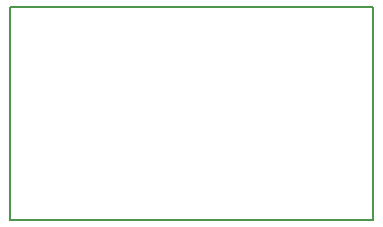
<source format=gbr>
G04 PROTEUS GERBER X2 FILE*
%TF.GenerationSoftware,Labcenter,Proteus,8.5-SP0-Build22067*%
%TF.CreationDate,2017-03-24T16:45:38+00:00*%
%TF.FileFunction,NonPlated,1,16,NPTH*%
%TF.FilePolarity,Positive*%
%TF.Part,Single*%
%FSLAX45Y45*%
%MOMM*%
G01*
%TA.AperFunction,Profile*%
%ADD13C,0.203200*%
D13*
X-20000Y+40000D02*
X+3050000Y+40000D01*
X+3050000Y+1850000D01*
X-20000Y+1850000D01*
X-20000Y+40000D01*
M02*

</source>
